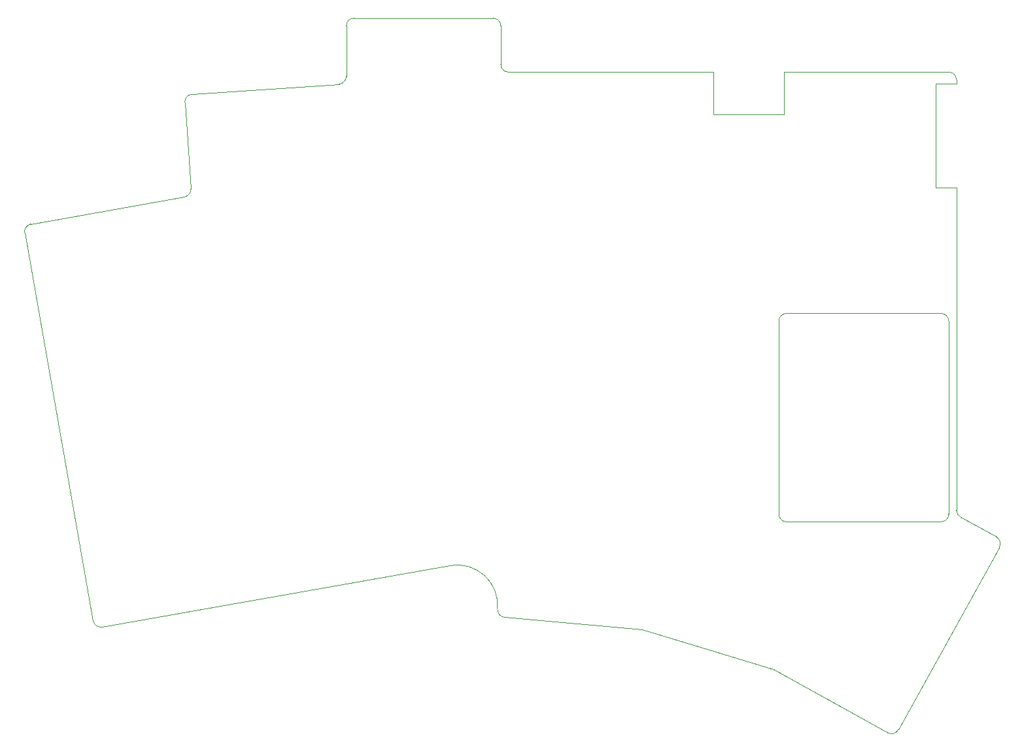
<source format=gm1>
G04 #@! TF.GenerationSoftware,KiCad,Pcbnew,8.0.4*
G04 #@! TF.CreationDate,2024-10-20T02:46:26-03:00*
G04 #@! TF.ProjectId,carpo_left,63617270-6f5f-46c6-9566-742e6b696361,rev?*
G04 #@! TF.SameCoordinates,Original*
G04 #@! TF.FileFunction,Profile,NP*
%FSLAX46Y46*%
G04 Gerber Fmt 4.6, Leading zero omitted, Abs format (unit mm)*
G04 Created by KiCad (PCBNEW 8.0.4) date 2024-10-20 02:46:26*
%MOMM*%
%LPD*%
G01*
G04 APERTURE LIST*
G04 #@! TA.AperFunction,Profile*
%ADD10C,0.100000*%
G04 #@! TD*
G04 APERTURE END LIST*
D10*
X216363626Y-117611879D02*
G75*
G02*
X216753432Y-118971306I-484826J-874621D01*
G01*
X170515077Y-129583811D02*
X187527538Y-134785043D01*
X132200000Y-51400000D02*
G75*
G02*
X133200000Y-50400000I1000000J0D01*
G01*
X152200001Y-56400000D02*
X152200001Y-51400000D01*
X208550000Y-58900000D02*
X211200000Y-58900000D01*
X187527538Y-134785043D02*
X202304147Y-142975851D01*
X210199999Y-114656978D02*
G75*
G02*
X209199999Y-115656999I-999999J-22D01*
G01*
X209199999Y-115656978D02*
X189199999Y-115656978D01*
X210199999Y-89656978D02*
X210199999Y-114656978D01*
X179700000Y-57400000D02*
X153200001Y-57400000D01*
X189199999Y-115656978D02*
G75*
G02*
X188200022Y-114656978I1J999978D01*
G01*
X151200001Y-50400000D02*
X133200000Y-50400000D01*
X145644694Y-121319544D02*
G75*
G02*
X151779271Y-126940820I910606J-5164256D01*
G01*
X90563072Y-78229736D02*
G75*
G02*
X91374231Y-77071278I984828J173636D01*
G01*
X132200000Y-51400000D02*
X132200000Y-57951996D01*
X112063763Y-72513872D02*
G75*
G02*
X111239842Y-73568406I-997563J-69728D01*
G01*
X188199999Y-114656978D02*
X188199999Y-89656978D01*
X188844000Y-57400000D02*
X188844000Y-62897000D01*
X216363626Y-117611879D02*
X211715190Y-115035209D01*
X111239847Y-73568436D02*
X91374231Y-77071280D01*
X188844000Y-62897000D02*
X179700000Y-62897000D01*
X209200000Y-88656978D02*
G75*
G02*
X210200022Y-89656978I0J-1000022D01*
G01*
X111283081Y-61349607D02*
X112063763Y-72513872D01*
X179700000Y-62897000D02*
X179700000Y-57400000D01*
X132200000Y-57951996D02*
G75*
G02*
X131269757Y-58949564I-1000000J-4D01*
G01*
X151200001Y-50400000D02*
G75*
G02*
X152200000Y-51400000I-1J-1000000D01*
G01*
X100577585Y-129266091D02*
X145644694Y-121319544D01*
X153200001Y-57400000D02*
G75*
G02*
X152200000Y-56400000I-1J1000000D01*
G01*
X131269757Y-58949561D02*
X112210889Y-60282286D01*
X100577585Y-129266091D02*
G75*
G02*
X99419100Y-128454936I-173685J984791D01*
G01*
X203663576Y-142586040D02*
G75*
G02*
X202304182Y-142975788I-874576J484840D01*
G01*
X152688277Y-128024168D02*
G75*
G02*
X151779237Y-126940817I87123J996168D01*
G01*
X210200000Y-57400000D02*
X188844000Y-57400000D01*
X188199999Y-89656978D02*
G75*
G02*
X189199999Y-88656999I1000001J-22D01*
G01*
X210200000Y-57400000D02*
G75*
G02*
X211200000Y-58400000I0J-1000000D01*
G01*
X152688277Y-128024168D02*
X170515077Y-129583811D01*
X203663576Y-142586040D02*
X216753436Y-118971308D01*
X208550000Y-72399999D02*
X208550000Y-58900000D01*
X189199999Y-88656978D02*
X209200000Y-88656978D01*
X211200000Y-58900000D02*
X211200000Y-58400000D01*
X90563072Y-78229736D02*
X99419129Y-128454931D01*
X211199999Y-114160589D02*
X211200000Y-72399999D01*
X211715190Y-115035209D02*
G75*
G02*
X211200009Y-114160589I484810J874609D01*
G01*
X211200000Y-72399999D02*
X208550000Y-72399999D01*
X111283081Y-61349607D02*
G75*
G02*
X112210888Y-60282274I997519J69807D01*
G01*
M02*

</source>
